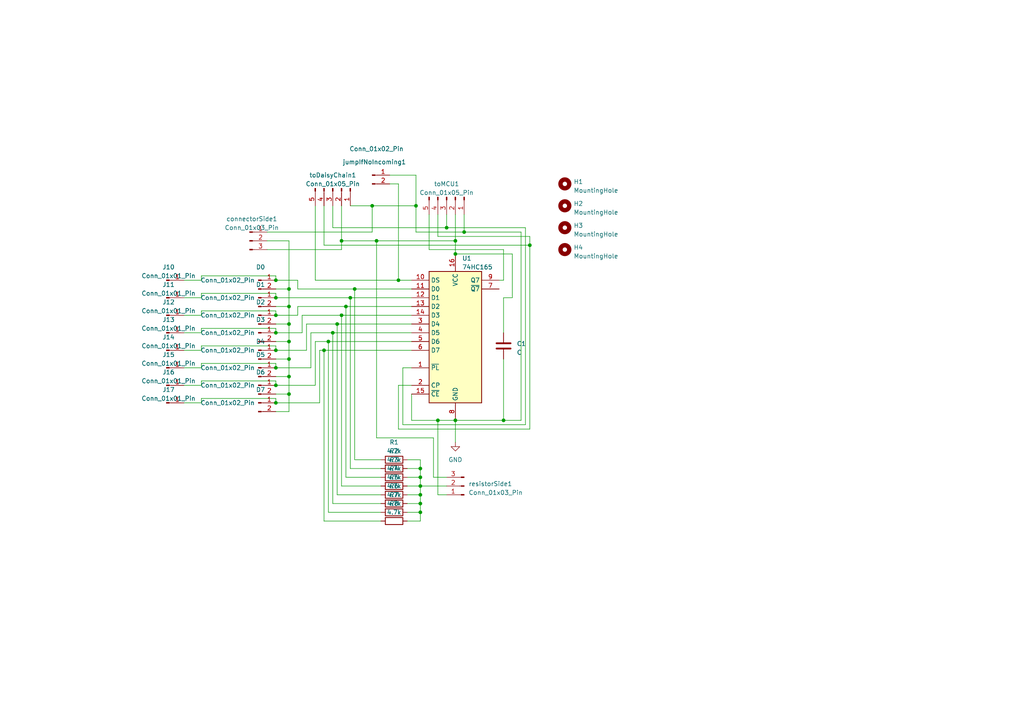
<source format=kicad_sch>
(kicad_sch (version 20230121) (generator eeschema)
  (paper "A4")
  (lib_symbols
    (symbol "74xx:74HC165"
      (property "Reference" "U" (at -7.62 19.05 0))
      (property "Value" "74HC165" (at -7.62 -21.59 0))
      (symbol "74HC165_1_0"
        (pin input line (at -12.7 -10.16 0) (length 5.08) (name "~{PL}") (number "1"))
        (pin input line (at -12.7 15.24 0) (length 5.08) (name "DS") (number "10"))
        (pin input line (at -12.7 12.7 0) (length 5.08) (name "D0") (number "11"))
        (pin input line (at -12.7 10.16 0) (length 5.08) (name "D1") (number "12"))
        (pin input line (at -12.7 7.62 0) (length 5.08) (name "D2") (number "13"))
        (pin input line (at -12.7 5.08 0) (length 5.08) (name "D3") (number "14"))
        (pin input line (at -12.7 -17.78 0) (length 5.08) (name "~{CE}") (number "15"))
        (pin power_in line (at 0 22.86 270) (length 5.08) (name "VCC") (number "16"))
        (pin input line (at -12.7 -15.24 0) (length 5.08) (name "CP") (number "2"))
        (pin input line (at -12.7 2.54 0) (length 5.08) (name "D4") (number "3"))
        (pin input line (at -12.7 0 0) (length 5.08) (name "D5") (number "4"))
        (pin input line (at -12.7 -2.54 0) (length 5.08) (name "D6") (number "5"))
        (pin input line (at -12.7 -5.08 0) (length 5.08) (name "D7") (number "6"))
        (pin output line (at 12.7 12.7 180) (length 5.08) (name "~{Q7}") (number "7"))
        (pin power_in line (at 0 -25.4 90) (length 5.08) (name "GND") (number "8"))
        (pin output line (at 12.7 15.24 180) (length 5.08) (name "Q7") (number "9"))
      )
      (symbol "74HC165_1_1"
        (rectangle (start -7.62 17.78) (end 7.62 -20.32) (stroke (width 0.254)) (fill (type background)))
      )
    )
    (symbol "Connector:Conn_01x01_Pin" (pin_names (offset 1.016) hide)
      (property "Reference" "J" (at 0 2.54 0))
      (property "Value" "Conn_01x01_Pin" (at 0 -2.54 0))
      (symbol "Conn_01x01_Pin_1_1"
        (polyline (pts (xy 1.27 0) (xy 0.8636 0)) (stroke (width 0.1524)))
        (rectangle (start 0.8636 0.127) (end 0 -0.127) (stroke (width 0.1524)) (fill (type outline)))
        (pin passive line (at 5.08 0 180) (length 3.81) (name "Pin_1") (number "1"))
      )
    )
    (symbol "Connector:Conn_01x02_Pin" (pin_names (offset 1.016) hide)
      (property "Reference" "J" (at 0 2.54 0))
      (property "Value" "Conn_01x02_Pin" (at 0 -5.08 0))
      (symbol "Conn_01x02_Pin_1_1"
        (polyline (pts (xy 1.27 -2.54) (xy 0.8636 -2.54)) (stroke (width 0.1524)))
        (polyline (pts (xy 1.27 0) (xy 0.8636 0)) (stroke (width 0.1524)))
        (rectangle (start 0.8636 -2.413) (end 0 -2.667) (stroke (width 0.1524)) (fill (type outline)))
        (rectangle (start 0.8636 0.127) (end 0 -0.127) (stroke (width 0.1524)) (fill (type outline)))
        (pin passive line (at 5.08 0 180) (length 3.81) (name "Pin_1") (number "1"))
        (pin passive line (at 5.08 -2.54 180) (length 3.81) (name "Pin_2") (number "2"))
      )
    )
    (symbol "Connector:Conn_01x03_Pin" (pin_names (offset 1.016) hide)
      (property "Reference" "J" (at 0 5.08 0))
      (property "Value" "Conn_01x03_Pin" (at 0 -5.08 0))
      (symbol "Conn_01x03_Pin_1_1"
        (polyline (pts (xy 1.27 -2.54) (xy 0.8636 -2.54)) (stroke (width 0.1524)))
        (polyline (pts (xy 1.27 0) (xy 0.8636 0)) (stroke (width 0.1524)))
        (polyline (pts (xy 1.27 2.54) (xy 0.8636 2.54)) (stroke (width 0.1524)))
        (rectangle (start 0.8636 -2.413) (end 0 -2.667) (stroke (width 0.1524)) (fill (type outline)))
        (rectangle (start 0.8636 0.127) (end 0 -0.127) (stroke (width 0.1524)) (fill (type outline)))
        (rectangle (start 0.8636 2.667) (end 0 2.413) (stroke (width 0.1524)) (fill (type outline)))
        (pin passive line (at 5.08 2.54 180) (length 3.81) (name "Pin_1") (number "1"))
        (pin passive line (at 5.08 0 180) (length 3.81) (name "Pin_2") (number "2"))
        (pin passive line (at 5.08 -2.54 180) (length 3.81) (name "Pin_3") (number "3"))
      )
    )
    (symbol "Connector:Conn_01x05_Pin" (pin_names (offset 1.016) hide)
      (property "Reference" "J" (at 0 7.62 0))
      (property "Value" "Conn_01x05_Pin" (at 0 -7.62 0))
      (symbol "Conn_01x05_Pin_1_1"
        (polyline (pts (xy 1.27 -5.08) (xy 0.8636 -5.08)) (stroke (width 0.1524)))
        (polyline (pts (xy 1.27 -2.54) (xy 0.8636 -2.54)) (stroke (width 0.1524)))
        (polyline (pts (xy 1.27 0) (xy 0.8636 0)) (stroke (width 0.1524)))
        (polyline (pts (xy 1.27 2.54) (xy 0.8636 2.54)) (stroke (width 0.1524)))
        (polyline (pts (xy 1.27 5.08) (xy 0.8636 5.08)) (stroke (width 0.1524)))
        (rectangle (start 0.8636 -4.953) (end 0 -5.207) (stroke (width 0.1524)) (fill (type outline)))
        (rectangle (start 0.8636 -2.413) (end 0 -2.667) (stroke (width 0.1524)) (fill (type outline)))
        (rectangle (start 0.8636 0.127) (end 0 -0.127) (stroke (width 0.1524)) (fill (type outline)))
        (rectangle (start 0.8636 2.667) (end 0 2.413) (stroke (width 0.1524)) (fill (type outline)))
        (rectangle (start 0.8636 5.207) (end 0 4.953) (stroke (width 0.1524)) (fill (type outline)))
        (pin passive line (at 5.08 5.08 180) (length 3.81) (name "Pin_1") (number "1"))
        (pin passive line (at 5.08 2.54 180) (length 3.81) (name "Pin_2") (number "2"))
        (pin passive line (at 5.08 0 180) (length 3.81) (name "Pin_3") (number "3"))
        (pin passive line (at 5.08 -2.54 180) (length 3.81) (name "Pin_4") (number "4"))
        (pin passive line (at 5.08 -5.08 180) (length 3.81) (name "Pin_5") (number "5"))
      )
    )
    (symbol "Device:C" (pin_numbers hide) (pin_names (offset 0.254))
      (property "Reference" "C" (at 0.635 2.54 0))
      (property "Value" "C" (at 0.635 -2.54 0))
      (symbol "C_0_1"
        (polyline (pts (xy -2.032 -0.762) (xy 2.032 -0.762)) (stroke (width 0.508)))
        (polyline (pts (xy -2.032 0.762) (xy 2.032 0.762)) (stroke (width 0.508)))
      )
      (symbol "C_1_1"
        (pin passive line (at 0 3.81 270) (length 2.794) (name "~") (number "1"))
        (pin passive line (at 0 -3.81 90) (length 2.794) (name "~") (number "2"))
      )
    )
    (symbol "Device:R" (pin_numbers hide) (pin_names (offset 0))
      (property "Reference" "R" (at 2.032 0 90))
      (property "Value" "R" (at 0 0 90))
      (symbol "R_0_1"
        (rectangle (start -1.016 -2.54) (end 1.016 2.54) (stroke (width 0.254)))
      )
      (symbol "R_1_1"
        (pin passive line (at 0 3.81 270) (length 1.27) (name "~") (number "1"))
        (pin passive line (at 0 -3.81 90) (length 1.27) (name "~") (number "2"))
      )
    )
    (symbol "Mechanical:MountingHole" (pin_names (offset 1.016))
      (property "Reference" "H" (at 0 5.08 0))
      (property "Value" "MountingHole" (at 0 3.175 0))
      (symbol "MountingHole_0_1"
        (circle (center 0 0) (radius 1.27) (stroke (width 1.27)))
      )
    )
    (symbol "power:GND" (power) (pin_names (offset 0))
      (property "Value" "GND" (at 0 -3.81 0))
      (symbol "GND_0_1"
        (polyline (pts (xy 0 0) (xy 0 -1.27) (xy 1.27 -1.27) (xy 0 -2.54) (xy -1.27 -1.27) (xy 0 -1.27)))
      )
      (symbol "GND_1_1"
        (pin power_in line (at 0 0 270) (length 0) hide (name "GND") (number "1"))
      )
    )
  )
  (junction (at 129.54 66.04))
  (junction (at 107.95 59.69))
  (junction (at 115.57 81.28))
  (junction (at 134.62 67.31))
  (junction (at 83.82 109.22))
  (junction (at 93.98 101.6))
  (junction (at 121.92 148.59))
  (junction (at 121.92 135.89))
  (junction (at 120.65 59.69))
  (junction (at 83.82 99.06))
  (junction (at 132.08 121.92))
  (junction (at 99.06 91.44))
  (junction (at 132.08 73.66))
  (junction (at 109.22 69.85))
  (junction (at 80.01 101.6))
  (junction (at 80.01 116.84))
  (junction (at 83.82 114.3))
  (junction (at 132.08 69.85))
  (junction (at 80.01 86.36))
  (junction (at 101.6 86.36))
  (junction (at 83.82 88.9))
  (junction (at 80.01 111.76))
  (junction (at 83.82 83.82))
  (junction (at 127 121.92))
  (junction (at 80.01 96.52))
  (junction (at 121.92 140.97))
  (junction (at 121.92 138.43))
  (junction (at 83.82 93.98))
  (junction (at 102.87 83.82))
  (junction (at 96.52 96.52))
  (junction (at 97.79 93.98))
  (junction (at 100.33 88.9))
  (junction (at 80.01 106.68))
  (junction (at 99.06 69.85))
  (junction (at 153.67 71.12))
  (junction (at 95.25 99.06))
  (junction (at 146.05 121.92))
  (junction (at 80.01 81.28))
  (junction (at 121.92 143.51))
  (junction (at 121.92 146.05))
  (junction (at 83.82 104.14))
  (junction (at 80.01 91.44))
  (wire (pts (xy 88.9 101.6) (xy 88.9 93.98)))
  (wire (pts (xy 107.95 67.31) (xy 107.95 59.69)))
  (wire (pts (xy 99.06 140.97) (xy 99.06 91.44)))
  (wire (pts (xy 102.87 83.82) (xy 119.38 83.82)))
  (wire (pts (xy 110.49 135.89) (xy 101.6 135.89)))
  (wire (pts (xy 87.63 91.44) (xy 99.06 91.44)))
  (wire (pts (xy 134.62 62.23) (xy 134.62 67.31)))
  (wire (pts (xy 127 68.58) (xy 153.67 68.58)))
  (wire (pts (xy 77.47 69.85) (xy 83.82 69.85)))
  (wire (pts (xy 95.25 99.06) (xy 119.38 99.06)))
  (wire (pts (xy 152.4 123.19) (xy 152.4 66.04)))
  (wire (pts (xy 93.98 151.13) (xy 110.49 151.13)))
  (wire (pts (xy 116.84 106.68) (xy 116.84 123.19)))
  (wire (pts (xy 110.49 140.97) (xy 99.06 140.97)))
  (wire (pts (xy 83.82 109.22) (xy 83.82 114.3)))
  (wire (pts (xy 121.92 143.51) (xy 121.92 146.05)))
  (wire (pts (xy 91.44 111.76) (xy 91.44 99.06)))
  (wire (pts (xy 115.57 124.46) (xy 115.57 111.76)))
  (wire (pts (xy 58.42 91.44) (xy 58.42 90.17)))
  (wire (pts (xy 83.82 69.85) (xy 83.82 83.82)))
  (wire (pts (xy 107.95 59.69) (xy 120.65 59.69)))
  (wire (pts (xy 80.01 85.09) (xy 80.01 86.36)))
  (wire (pts (xy 91.44 81.28) (xy 91.44 59.69)))
  (wire (pts (xy 146.05 104.14) (xy 146.05 121.92)))
  (wire (pts (xy 83.82 93.98) (xy 83.82 99.06)))
  (wire (pts (xy 99.06 72.39) (xy 99.06 69.85)))
  (wire (pts (xy 121.92 133.35) (xy 121.92 135.89)))
  (wire (pts (xy 77.47 67.31) (xy 107.95 67.31)))
  (wire (pts (xy 58.42 100.33) (xy 80.01 100.33)))
  (wire (pts (xy 80.01 104.14) (xy 83.82 104.14)))
  (wire (pts (xy 119.38 106.68) (xy 116.84 106.68)))
  (wire (pts (xy 86.36 81.28) (xy 86.36 83.82)))
  (wire (pts (xy 129.54 143.51) (xy 127 143.51)))
  (wire (pts (xy 80.01 80.01) (xy 80.01 81.28)))
  (wire (pts (xy 83.82 114.3) (xy 83.82 119.38)))
  (wire (pts (xy 102.87 133.35) (xy 102.87 83.82)))
  (wire (pts (xy 80.01 91.44) (xy 86.36 91.44)))
  (wire (pts (xy 53.34 101.6) (xy 58.42 101.6)))
  (wire (pts (xy 58.42 81.28) (xy 58.42 80.01)))
  (wire (pts (xy 92.71 101.6) (xy 93.98 101.6)))
  (wire (pts (xy 80.01 119.38) (xy 83.82 119.38)))
  (wire (pts (xy 120.65 67.31) (xy 134.62 67.31)))
  (wire (pts (xy 100.33 138.43) (xy 110.49 138.43)))
  (wire (pts (xy 101.6 59.69) (xy 107.95 59.69)))
  (wire (pts (xy 127 121.92) (xy 127 143.51)))
  (wire (pts (xy 99.06 91.44) (xy 119.38 91.44)))
  (wire (pts (xy 116.84 123.19) (xy 152.4 123.19)))
  (wire (pts (xy 86.36 88.9) (xy 100.33 88.9)))
  (wire (pts (xy 148.59 73.66) (xy 132.08 73.66)))
  (wire (pts (xy 99.06 69.85) (xy 109.22 69.85)))
  (wire (pts (xy 121.92 151.13) (xy 118.11 151.13)))
  (wire (pts (xy 53.34 81.28) (xy 58.42 81.28)))
  (wire (pts (xy 96.52 96.52) (xy 96.52 146.05)))
  (wire (pts (xy 88.9 93.98) (xy 97.79 93.98)))
  (wire (pts (xy 129.54 66.04) (xy 129.54 62.23)))
  (wire (pts (xy 80.01 93.98) (xy 83.82 93.98)))
  (wire (pts (xy 86.36 91.44) (xy 86.36 88.9)))
  (wire (pts (xy 80.01 83.82) (xy 83.82 83.82)))
  (wire (pts (xy 148.59 86.36) (xy 148.59 73.66)))
  (wire (pts (xy 115.57 124.46) (xy 153.67 124.46)))
  (wire (pts (xy 127 62.23) (xy 127 68.58)))
  (wire (pts (xy 125.73 138.43) (xy 125.73 127)))
  (wire (pts (xy 121.92 135.89) (xy 121.92 138.43)))
  (wire (pts (xy 58.42 85.09) (xy 80.01 85.09)))
  (wire (pts (xy 87.63 96.52) (xy 87.63 91.44)))
  (wire (pts (xy 118.11 146.05) (xy 121.92 146.05)))
  (wire (pts (xy 93.98 59.69) (xy 93.98 71.12)))
  (wire (pts (xy 58.42 115.57) (xy 80.01 115.57)))
  (wire (pts (xy 146.05 81.28) (xy 144.78 81.28)))
  (wire (pts (xy 80.01 116.84) (xy 92.71 116.84)))
  (wire (pts (xy 121.92 140.97) (xy 121.92 143.51)))
  (wire (pts (xy 120.65 50.8) (xy 120.65 59.69)))
  (wire (pts (xy 53.34 116.84) (xy 58.42 116.84)))
  (wire (pts (xy 125.73 127) (xy 109.22 127)))
  (wire (pts (xy 99.06 59.69) (xy 99.06 69.85)))
  (wire (pts (xy 97.79 93.98) (xy 119.38 93.98)))
  (wire (pts (xy 92.71 116.84) (xy 92.71 101.6)))
  (wire (pts (xy 115.57 53.34) (xy 115.57 81.28)))
  (wire (pts (xy 58.42 96.52) (xy 58.42 95.25)))
  (wire (pts (xy 80.01 101.6) (xy 88.9 101.6)))
  (wire (pts (xy 109.22 69.85) (xy 132.08 69.85)))
  (wire (pts (xy 83.82 104.14) (xy 83.82 109.22)))
  (wire (pts (xy 95.25 148.59) (xy 95.25 99.06)))
  (wire (pts (xy 96.52 146.05) (xy 110.49 146.05)))
  (wire (pts (xy 80.01 114.3) (xy 83.82 114.3)))
  (wire (pts (xy 53.34 106.68) (xy 58.42 106.68)))
  (wire (pts (xy 58.42 101.6) (xy 58.42 100.33)))
  (wire (pts (xy 58.42 95.25) (xy 80.01 95.25)))
  (wire (pts (xy 80.01 105.41) (xy 80.01 106.68)))
  (wire (pts (xy 80.01 99.06) (xy 83.82 99.06)))
  (wire (pts (xy 100.33 88.9) (xy 100.33 138.43)))
  (wire (pts (xy 58.42 86.36) (xy 58.42 85.09)))
  (wire (pts (xy 97.79 143.51) (xy 110.49 143.51)))
  (wire (pts (xy 134.62 67.31) (xy 151.13 67.31)))
  (wire (pts (xy 115.57 81.28) (xy 119.38 81.28)))
  (wire (pts (xy 80.01 90.17) (xy 80.01 91.44)))
  (wire (pts (xy 113.03 53.34) (xy 115.57 53.34)))
  (wire (pts (xy 80.01 115.57) (xy 80.01 116.84)))
  (wire (pts (xy 101.6 86.36) (xy 119.38 86.36)))
  (wire (pts (xy 152.4 66.04) (xy 129.54 66.04)))
  (wire (pts (xy 119.38 114.3) (xy 119.38 121.92)))
  (wire (pts (xy 115.57 111.76) (xy 119.38 111.76)))
  (wire (pts (xy 80.01 88.9) (xy 83.82 88.9)))
  (wire (pts (xy 118.11 140.97) (xy 121.92 140.97)))
  (wire (pts (xy 53.34 86.36) (xy 58.42 86.36)))
  (wire (pts (xy 121.92 148.59) (xy 121.92 151.13)))
  (wire (pts (xy 121.92 138.43) (xy 121.92 140.97)))
  (wire (pts (xy 146.05 121.92) (xy 132.08 121.92)))
  (wire (pts (xy 90.17 96.52) (xy 96.52 96.52)))
  (wire (pts (xy 97.79 93.98) (xy 97.79 143.51)))
  (wire (pts (xy 91.44 81.28) (xy 115.57 81.28)))
  (wire (pts (xy 80.01 100.33) (xy 80.01 101.6)))
  (wire (pts (xy 83.82 83.82) (xy 83.82 88.9)))
  (wire (pts (xy 83.82 88.9) (xy 83.82 93.98)))
  (wire (pts (xy 53.34 111.76) (xy 58.42 111.76)))
  (wire (pts (xy 132.08 128.27) (xy 132.08 121.92)))
  (wire (pts (xy 77.47 72.39) (xy 99.06 72.39)))
  (wire (pts (xy 58.42 110.49) (xy 80.01 110.49)))
  (wire (pts (xy 146.05 72.39) (xy 146.05 81.28)))
  (wire (pts (xy 86.36 83.82) (xy 102.87 83.82)))
  (wire (pts (xy 83.82 99.06) (xy 83.82 104.14)))
  (wire (pts (xy 100.33 88.9) (xy 119.38 88.9)))
  (wire (pts (xy 120.65 59.69) (xy 120.65 67.31)))
  (wire (pts (xy 124.46 72.39) (xy 146.05 72.39)))
  (wire (pts (xy 132.08 69.85) (xy 132.08 73.66)))
  (wire (pts (xy 93.98 101.6) (xy 93.98 151.13)))
  (wire (pts (xy 80.01 96.52) (xy 87.63 96.52)))
  (wire (pts (xy 80.01 109.22) (xy 83.82 109.22)))
  (wire (pts (xy 80.01 81.28) (xy 86.36 81.28)))
  (wire (pts (xy 119.38 121.92) (xy 127 121.92)))
  (wire (pts (xy 58.42 90.17) (xy 80.01 90.17)))
  (wire (pts (xy 53.34 91.44) (xy 58.42 91.44)))
  (wire (pts (xy 146.05 96.52) (xy 146.05 86.36)))
  (wire (pts (xy 93.98 71.12) (xy 153.67 71.12)))
  (wire (pts (xy 58.42 116.84) (xy 58.42 115.57)))
  (wire (pts (xy 118.11 143.51) (xy 121.92 143.51)))
  (wire (pts (xy 91.44 99.06) (xy 95.25 99.06)))
  (wire (pts (xy 121.92 146.05) (xy 121.92 148.59)))
  (wire (pts (xy 121.92 140.97) (xy 129.54 140.97)))
  (wire (pts (xy 110.49 133.35) (xy 102.87 133.35)))
  (wire (pts (xy 113.03 50.8) (xy 120.65 50.8)))
  (wire (pts (xy 80.01 106.68) (xy 90.17 106.68)))
  (wire (pts (xy 153.67 71.12) (xy 153.67 124.46)))
  (wire (pts (xy 80.01 95.25) (xy 80.01 96.52)))
  (wire (pts (xy 93.98 101.6) (xy 119.38 101.6)))
  (wire (pts (xy 151.13 121.92) (xy 146.05 121.92)))
  (wire (pts (xy 118.11 135.89) (xy 121.92 135.89)))
  (wire (pts (xy 132.08 62.23) (xy 132.08 69.85)))
  (wire (pts (xy 151.13 67.31) (xy 151.13 121.92)))
  (wire (pts (xy 96.52 96.52) (xy 119.38 96.52)))
  (wire (pts (xy 101.6 86.36) (xy 101.6 135.89)))
  (wire (pts (xy 96.52 59.69) (xy 96.52 66.04)))
  (wire (pts (xy 118.11 133.35) (xy 121.92 133.35)))
  (wire (pts (xy 118.11 148.59) (xy 121.92 148.59)))
  (wire (pts (xy 58.42 80.01) (xy 80.01 80.01)))
  (wire (pts (xy 90.17 106.68) (xy 90.17 96.52)))
  (wire (pts (xy 109.22 69.85) (xy 109.22 127)))
  (wire (pts (xy 110.49 148.59) (xy 95.25 148.59)))
  (wire (pts (xy 127 121.92) (xy 132.08 121.92)))
  (wire (pts (xy 129.54 138.43) (xy 125.73 138.43)))
  (wire (pts (xy 58.42 105.41) (xy 80.01 105.41)))
  (wire (pts (xy 96.52 66.04) (xy 129.54 66.04)))
  (wire (pts (xy 53.34 96.52) (xy 58.42 96.52)))
  (wire (pts (xy 58.42 106.68) (xy 58.42 105.41)))
  (wire (pts (xy 80.01 110.49) (xy 80.01 111.76)))
  (wire (pts (xy 153.67 68.58) (xy 153.67 71.12)))
  (wire (pts (xy 58.42 111.76) (xy 58.42 110.49)))
  (wire (pts (xy 80.01 111.76) (xy 91.44 111.76)))
  (wire (pts (xy 80.01 86.36) (xy 101.6 86.36)))
  (wire (pts (xy 146.05 86.36) (xy 148.59 86.36)))
  (wire (pts (xy 118.11 138.43) (xy 121.92 138.43)))
  (wire (pts (xy 124.46 62.23) (xy 124.46 72.39)))
  (symbol (lib_id "Connector:Conn_01x02_Pin") (at 74.93 116.84 0) (unit 1)
    (property "Reference" "D7" (at 75.565 113.03 0))
    (property "Value" "Conn_01x02_Pin" (at 66.04 116.84 0))
    (property "Footprint" "Connector_Molex:Molex_KK-254_AE-6410-02A_1x02_P2.54mm_Vertical" (effects hide))
  )
  (symbol (lib_id "Connector:Conn_01x02_Pin") (at 74.93 81.28 0) (unit 1)
    (property "Reference" "D0" (at 75.565 77.47 0))
    (property "Value" "Conn_01x02_Pin" (at 66.04 81.28 0))
    (property "Footprint" "Connector_Molex:Molex_KK-254_AE-6410-02A_1x02_P2.54mm_Vertical" (effects hide))
  )
  (symbol (lib_id "Device:R") (at 114.3 151.13 90) (unit 1)
    (property "Reference" "R8" (at 114.3 146.05 90))
    (property "Value" "4.7k" (at 114.3 148.59 90))
    (property "Footprint" "Resistor_THT:R_Axial_DIN0204_L3.6mm_D1.6mm_P7.62mm_Horizontal" (effects hide))
  )
  (symbol (lib_id "Connector:Conn_01x01_Pin") (at 48.26 101.6 0) (unit 1)
    (property "Reference" "J14" (at 48.895 97.79 0))
    (property "Value" "Conn_01x01_Pin" (at 48.895 100.33 0))
    (property "Footprint" "Connector_PinHeader_2.54mm:PinHeader_1x01_P2.54mm_Vertical" (effects hide))
  )
  (symbol (lib_id "74xx:74HC165") (at 132.08 96.52 0) (unit 1)
    (property "Reference" "U1" (at 134.0359 74.93 0) (effects (justify left)))
    (property "Value" "74HC165" (at 134.0359 77.47 0) (effects (justify left)))
    (property "Footprint" "Package_DIP:DIP-16_W7.62mm" (effects hide))
    (property "Datasheet" "https://assets.nexperia.com/documents/data-sheet/74HC_HCT165.pdf" (effects hide))
  )
  (symbol (lib_id "Device:R") (at 114.3 133.35 90) (unit 1)
    (property "Reference" "R1" (at 114.3 128.27 90))
    (property "Value" "4.7k" (at 114.3 130.81 90))
    (property "Footprint" "Resistor_THT:R_Axial_DIN0204_L3.6mm_D1.6mm_P7.62mm_Horizontal" (effects hide))
  )
  (symbol (lib_id "Device:R") (at 114.3 138.43 90) (unit 1)
    (property "Reference" "R3" (at 114.3 133.35 90))
    (property "Value" "4.7k" (at 114.3 135.89 90))
    (property "Footprint" "Resistor_THT:R_Axial_DIN0204_L3.6mm_D1.6mm_P7.62mm_Horizontal" (effects hide))
  )
  (symbol (lib_id "Device:C") (at 146.05 100.33 0) (unit 1)
    (property "Reference" "C1" (at 149.86 99.695 0) (effects (justify left)))
    (property "Value" "C" (at 149.86 102.235 0) (effects (justify left)))
    (property "Footprint" "Capacitor_THT:C_Disc_D5.1mm_W3.2mm_P5.00mm" (effects hide))
  )
  (symbol (lib_id "Connector:Conn_01x01_Pin") (at 48.26 86.36 0) (unit 1)
    (property "Reference" "J11" (at 48.895 82.55 0))
    (property "Value" "Conn_01x01_Pin" (at 48.895 85.09 0))
    (property "Footprint" "Connector_PinHeader_2.54mm:PinHeader_1x01_P2.54mm_Vertical" (effects hide))
  )
  (symbol (lib_id "Mechanical:MountingHole") (at 163.83 53.34 0) (unit 1)
    (property "Reference" "H1" (at 166.37 52.705 0) (effects (justify left)))
    (property "Value" "MountingHole" (at 166.37 55.245 0) (effects (justify left)))
    (property "Footprint" "MountingHole:MountingHole_3.2mm_M3" (effects hide))
  )
  (symbol (lib_id "Mechanical:MountingHole") (at 163.83 66.04 0) (unit 1)
    (property "Reference" "H3" (at 166.37 65.405 0) (effects (justify left)))
    (property "Value" "MountingHole" (at 166.37 67.945 0) (effects (justify left)))
    (property "Footprint" "MountingHole:MountingHole_3.2mm_M3" (effects hide))
  )
  (symbol (lib_id "Mechanical:MountingHole") (at 163.83 59.69 0) (unit 1)
    (property "Reference" "H2" (at 166.37 59.055 0) (effects (justify left)))
    (property "Value" "MountingHole" (at 166.37 61.595 0) (effects (justify left)))
    (property "Footprint" "MountingHole:MountingHole_3.2mm_M3" (effects hide))
  )
  (symbol (lib_id "Device:R") (at 114.3 140.97 90) (unit 1)
    (property "Reference" "R4" (at 114.3 135.89 90))
    (property "Value" "4.7k" (at 114.3 138.43 90))
    (property "Footprint" "Resistor_THT:R_Axial_DIN0204_L3.6mm_D1.6mm_P7.62mm_Horizontal" (effects hide))
  )
  (symbol (lib_id "Connector:Conn_01x02_Pin") (at 74.93 106.68 0) (unit 1)
    (property "Reference" "D5" (at 75.565 102.87 0))
    (property "Value" "Conn_01x02_Pin" (at 66.04 106.68 0))
    (property "Footprint" "Connector_Molex:Molex_KK-254_AE-6410-02A_1x02_P2.54mm_Vertical" (effects hide))
  )
  (symbol (lib_id "Connector:Conn_01x01_Pin") (at 48.26 106.68 0) (unit 1)
    (property "Reference" "J15" (at 48.895 102.87 0))
    (property "Value" "Conn_01x01_Pin" (at 48.895 105.41 0))
    (property "Footprint" "Connector_PinHeader_2.54mm:PinHeader_1x01_P2.54mm_Vertical" (effects hide))
  )
  (symbol (lib_id "Mechanical:MountingHole") (at 163.83 72.39 0) (unit 1)
    (property "Reference" "H4" (at 166.37 71.755 0) (effects (justify left)))
    (property "Value" "MountingHole" (at 166.37 74.295 0) (effects (justify left)))
    (property "Footprint" "MountingHole:MountingHole_3.2mm_M3" (effects hide))
  )
  (symbol (lib_id "Device:R") (at 114.3 143.51 90) (unit 1)
    (property "Reference" "R5" (at 114.3 138.43 90))
    (property "Value" "4.7k" (at 114.3 140.97 90))
    (property "Footprint" "Resistor_THT:R_Axial_DIN0204_L3.6mm_D1.6mm_P7.62mm_Horizontal" (effects hide))
  )
  (symbol (lib_id "Connector:Conn_01x01_Pin") (at 48.26 96.52 0) (unit 1)
    (property "Reference" "J13" (at 48.895 92.71 0))
    (property "Value" "Conn_01x01_Pin" (at 48.895 95.25 0))
    (property "Footprint" "Connector_PinHeader_2.54mm:PinHeader_1x01_P2.54mm_Vertical" (effects hide))
  )
  (symbol (lib_id "Connector:Conn_01x02_Pin") (at 74.93 101.6 0) (unit 1)
    (property "Reference" "D4" (at 75.565 99.06 0))
    (property "Value" "Conn_01x02_Pin" (at 66.04 101.6 0))
    (property "Footprint" "Connector_Molex:Molex_KK-254_AE-6410-02A_1x02_P2.54mm_Vertical" (effects hide))
  )
  (symbol (lib_id "Device:R") (at 114.3 148.59 90) (unit 1)
    (property "Reference" "R7" (at 114.3 143.51 90))
    (property "Value" "4.7k" (at 114.3 146.05 90))
    (property "Footprint" "Resistor_THT:R_Axial_DIN0204_L3.6mm_D1.6mm_P7.62mm_Horizontal" (effects hide))
  )
  (symbol (lib_id "Connector:Conn_01x03_Pin") (at 134.62 140.97 180) (unit 1)
    (property "Reference" "resistorSide1" (at 135.89 140.335 0) (effects (justify right)))
    (property "Value" "Conn_01x03_Pin" (at 135.89 142.875 0) (effects (justify right)))
    (property "Footprint" "Jumper:SolderJumper-3_P1.3mm_Open_RoundedPad1.0x1.5mm" (effects hide))
  )
  (symbol (lib_id "Connector:Conn_01x02_Pin") (at 74.93 96.52 0) (unit 1)
    (property "Reference" "D3" (at 75.565 92.71 0))
    (property "Value" "Conn_01x02_Pin" (at 66.04 96.52 0))
    (property "Footprint" "Connector_Molex:Molex_KK-254_AE-6410-02A_1x02_P2.54mm_Vertical" (effects hide))
  )
  (symbol (lib_id "Connector:Conn_01x01_Pin") (at 48.26 81.28 0) (unit 1)
    (property "Reference" "J10" (at 48.895 77.47 0))
    (property "Value" "Conn_01x01_Pin" (at 48.895 80.01 0))
    (property "Footprint" "Connector_PinHeader_2.54mm:PinHeader_1x01_P2.54mm_Vertical" (effects hide))
  )
  (symbol (lib_id "Connector:Conn_01x02_Pin") (at 107.95 50.8 0) (unit 1)
    (property "Reference" "jumpIfNoIncoming1" (at 108.585 46.99 0))
    (property "Value" "Conn_01x02_Pin" (at 109.22 43.18 0))
    (property "Footprint" "Jumper:SolderJumper-2_P1.3mm_Open_RoundedPad1.0x1.5mm" (effects hide))
  )
  (symbol (lib_id "Connector:Conn_01x05_Pin") (at 129.54 57.15 270) (unit 1)
    (property "Reference" "toMCU1" (at 129.54 53.34 90))
    (property "Value" "Conn_01x05_Pin" (at 129.54 55.88 90))
    (property "Footprint" "Connector_Molex:Molex_KK-254_AE-6410-05A_1x05_P2.54mm_Vertical" (effects hide))
  )
  (symbol (lib_id "Connector:Conn_01x01_Pin") (at 48.26 91.44 0) (unit 1)
    (property "Reference" "J12" (at 48.895 87.63 0))
    (property "Value" "Conn_01x01_Pin" (at 48.895 90.17 0))
    (property "Footprint" "Connector_PinHeader_2.54mm:PinHeader_1x01_P2.54mm_Vertical" (effects hide))
  )
  (symbol (lib_id "Connector:Conn_01x02_Pin") (at 74.93 111.76 0) (unit 1)
    (property "Reference" "D6" (at 75.565 107.95 0))
    (property "Value" "Conn_01x02_Pin" (at 66.04 111.76 0))
    (property "Footprint" "Connector_Molex:Molex_KK-254_AE-6410-02A_1x02_P2.54mm_Vertical" (effects hide))
  )
  (symbol (lib_id "Connector:Conn_01x05_Pin") (at 96.52 54.61 270) (unit 1)
    (property "Reference" "toDaisyChain1" (at 96.52 50.8 90))
    (property "Value" "Conn_01x05_Pin" (at 96.52 53.34 90))
    (property "Footprint" "Connector_Molex:Molex_KK-254_AE-6410-05A_1x05_P2.54mm_Vertical" (effects hide))
  )
  (symbol (lib_id "Connector:Conn_01x03_Pin") (at 72.39 69.85 0) (unit 1)
    (property "Reference" "connectorSide1" (at 73.025 63.5 0))
    (property "Value" "Conn_01x03_Pin" (at 73.025 66.04 0))
    (property "Footprint" "Jumper:SolderJumper-3_P1.3mm_Open_RoundedPad1.0x1.5mm" (effects hide))
  )
  (symbol (lib_id "Device:R") (at 114.3 146.05 90) (unit 1)
    (property "Reference" "R6" (at 114.3 140.97 90))
    (property "Value" "4.7k" (at 114.3 143.51 90))
    (property "Footprint" "Resistor_THT:R_Axial_DIN0204_L3.6mm_D1.6mm_P7.62mm_Horizontal" (effects hide))
  )
  (symbol (lib_id "Connector:Conn_01x01_Pin") (at 48.26 116.84 0) (unit 1)
    (property "Reference" "J17" (at 48.895 113.03 0))
    (property "Value" "Conn_01x01_Pin" (at 48.895 115.57 0))
    (property "Footprint" "Connector_PinHeader_2.54mm:PinHeader_1x01_P2.54mm_Vertical" (effects hide))
  )
  (symbol (lib_id "Connector:Conn_01x01_Pin") (at 48.26 111.76 0) (unit 1)
    (property "Reference" "J16" (at 48.895 107.95 0))
    (property "Value" "Conn_01x01_Pin" (at 48.895 110.49 0))
    (property "Footprint" "Connector_PinHeader_2.54mm:PinHeader_1x01_P2.54mm_Vertical" (effects hide))
  )
  (symbol (lib_id "Connector:Conn_01x02_Pin") (at 74.93 86.36 0) (unit 1)
    (property "Reference" "D1" (at 75.565 82.55 0))
    (property "Value" "Conn_01x02_Pin" (at 66.04 86.36 0))
    (property "Footprint" "Connector_Molex:Molex_KK-254_AE-6410-02A_1x02_P2.54mm_Vertical" (effects hide))
  )
  (symbol (lib_id "power:GND") (at 132.08 128.27 0) (unit 1)
    (property "Reference" "#PWR01" (effects hide))
    (property "Value" "GND" (at 132.08 133.35 0))
  )
  (symbol (lib_id "Device:R") (at 114.3 135.89 90) (unit 1)
    (property "Reference" "R2" (at 114.3 130.81 90))
    (property "Value" "4.7k" (at 114.3 133.35 90))
    (property "Footprint" "Resistor_THT:R_Axial_DIN0204_L3.6mm_D1.6mm_P7.62mm_Horizontal" (effects hide))
  )
  (symbol (lib_id "Connector:Conn_01x02_Pin") (at 74.93 91.44 0) (unit 1)
    (property "Reference" "D2" (at 75.565 87.63 0))
    (property "Value" "Conn_01x02_Pin" (at 66.04 91.44 0))
    (property "Footprint" "Connector_Molex:Molex_KK-254_AE-6410-02A_1x02_P2.54mm_Vertical" (effects hide))
  )
)
</source>
